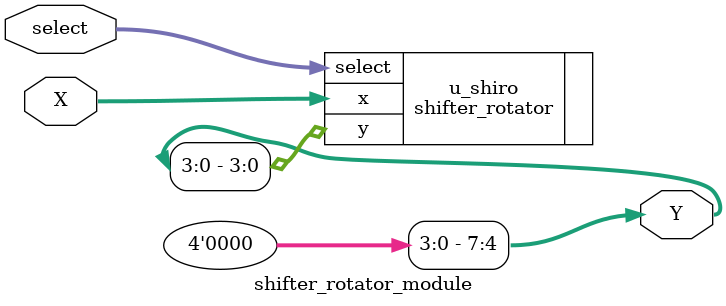
<source format=sv>
module shifter_rotator_module (
    input logic [3:0] X,
    input logic [1:0] select,
    output logic [7:0] Y
);

    shifter_rotator u_shiro (
        .x(X),
        .select(select),
        .y(Y[3:0])
    );

    assign Y[7:4] = 4'b0; // Zero-extend the output to 8 bits

endmodule
</source>
